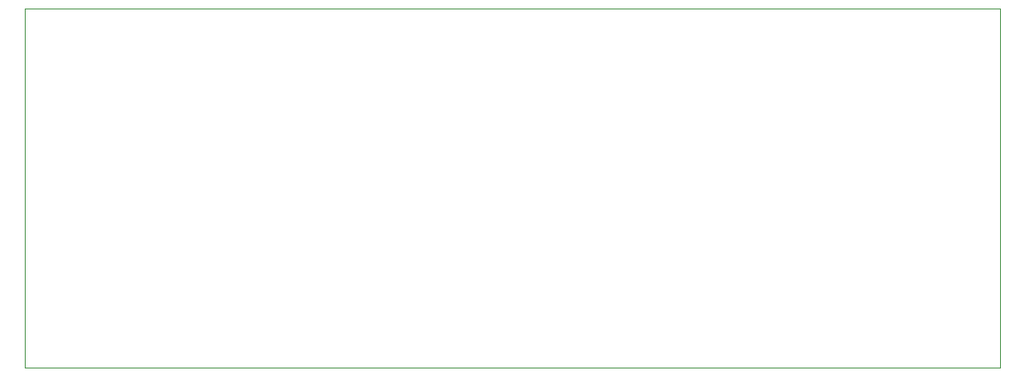
<source format=gbr>
G04 #@! TF.GenerationSoftware,KiCad,Pcbnew,5.1.4*
G04 #@! TF.CreationDate,2019-11-14T20:38:05+00:00*
G04 #@! TF.ProjectId,BSPD,42535044-2e6b-4696-9361-645f70636258,rev?*
G04 #@! TF.SameCoordinates,Original*
G04 #@! TF.FileFunction,Profile,NP*
%FSLAX46Y46*%
G04 Gerber Fmt 4.6, Leading zero omitted, Abs format (unit mm)*
G04 Created by KiCad (PCBNEW 5.1.4) date 2019-11-14 20:38:05*
%MOMM*%
%LPD*%
G04 APERTURE LIST*
%ADD10C,0.050000*%
G04 APERTURE END LIST*
D10*
X63500000Y-63500000D02*
X160020000Y-63500000D01*
X63500000Y-99060000D02*
X63500000Y-63500000D01*
X160020000Y-99060000D02*
X63500000Y-99060000D01*
X160020000Y-99060000D02*
X160020000Y-63500000D01*
M02*

</source>
